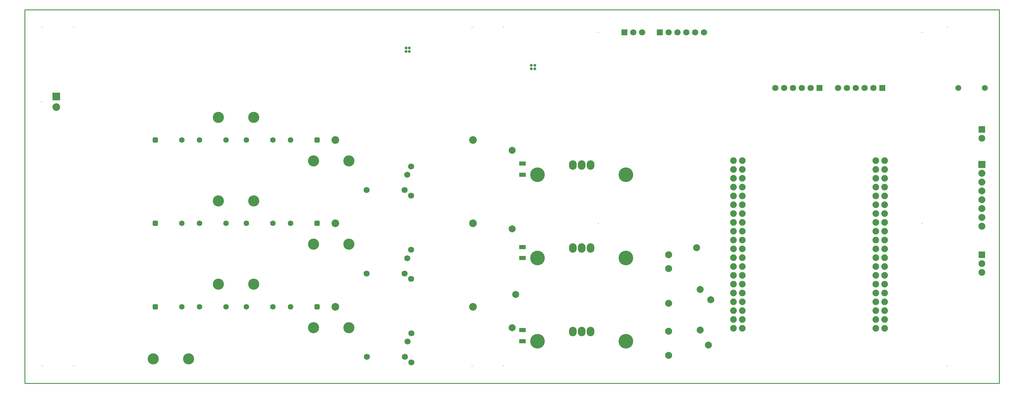
<source format=gbs>
G04 Layer_Color=16711935*
%FSLAX43Y43*%
%MOMM*%
G71*
G01*
G75*
%ADD43C,0.254*%
%ADD100R,1.903X1.203*%
%ADD108O,2.203X2.703*%
%ADD109C,2.203*%
%ADD110C,3.203*%
%ADD111C,1.803*%
%ADD112R,1.803X1.803*%
%ADD113C,1.703*%
%ADD114C,1.727*%
%ADD118C,1.903*%
%ADD119C,1.953*%
%ADD120R,1.953X1.953*%
%ADD121C,4.203*%
%ADD122R,0.203X0.203*%
%ADD123R,2.203X2.203*%
%ADD124R,2.003X2.003*%
%ADD125C,2.003*%
%ADD126C,1.603*%
G04:AMPARAMS|DCode=127|XSize=1.603mm|YSize=1.603mm|CornerRadius=0.452mm|HoleSize=0mm|Usage=FLASHONLY|Rotation=180.000|XOffset=0mm|YOffset=0mm|HoleType=Round|Shape=RoundedRectangle|*
%AMROUNDEDRECTD127*
21,1,1.603,0.700,0,0,180.0*
21,1,0.700,1.603,0,0,180.0*
1,1,0.903,-0.350,0.350*
1,1,0.903,0.350,0.350*
1,1,0.903,0.350,-0.350*
1,1,0.903,-0.350,-0.350*
%
%ADD127ROUNDEDRECTD127*%
%ADD128C,0.803*%
%ADD129C,0.203*%
D43*
X0Y0D02*
X280000D01*
Y107500D01*
X0D02*
X280000D01*
X0Y0D02*
Y107500D01*
D100*
X143000Y60000D02*
D03*
Y63200D02*
D03*
Y36000D02*
D03*
Y39200D02*
D03*
Y12100D02*
D03*
Y15300D02*
D03*
D108*
X162550Y14900D02*
D03*
X160000D02*
D03*
X157450D02*
D03*
X162550Y62800D02*
D03*
X160000D02*
D03*
X157450D02*
D03*
Y38900D02*
D03*
X160000D02*
D03*
X162550D02*
D03*
D109*
X89250Y22000D02*
D03*
X128750D02*
D03*
X9000Y79500D02*
D03*
X89250Y70000D02*
D03*
X128750D02*
D03*
X89250Y46000D02*
D03*
X128750D02*
D03*
D110*
X65780Y76500D02*
D03*
X55620D02*
D03*
X47080Y7000D02*
D03*
X36920D02*
D03*
X82920Y16000D02*
D03*
X93080D02*
D03*
Y40000D02*
D03*
X82920D02*
D03*
X93080Y64000D02*
D03*
X82920D02*
D03*
X65780Y28500D02*
D03*
X55620D02*
D03*
X65780Y52500D02*
D03*
X55620D02*
D03*
D111*
X215650Y85000D02*
D03*
X220730D02*
D03*
X225810D02*
D03*
X223270D02*
D03*
X218190D02*
D03*
X174790Y101000D02*
D03*
X177330D02*
D03*
X192570Y101000D02*
D03*
X187490D02*
D03*
X184950D02*
D03*
X190030D02*
D03*
X195110D02*
D03*
X233650Y85000D02*
D03*
X238730D02*
D03*
X243810D02*
D03*
X241270D02*
D03*
X236190D02*
D03*
D112*
X228350Y85000D02*
D03*
X172250Y101000D02*
D03*
X182410Y101000D02*
D03*
X246350Y85000D02*
D03*
D113*
X275800Y85000D02*
D03*
X268200D02*
D03*
D114*
X111100Y14380D02*
D03*
X109220Y7570D02*
D03*
X98300D02*
D03*
X109980Y11970D02*
D03*
X111100Y6000D02*
D03*
X111000Y62380D02*
D03*
X109120Y55570D02*
D03*
X98200D02*
D03*
X109880Y59970D02*
D03*
X111000Y54000D02*
D03*
X98200Y31570D02*
D03*
X111000Y30000D02*
D03*
X109120Y31570D02*
D03*
X109880Y35970D02*
D03*
X111000Y38380D02*
D03*
D118*
X203560Y64100D02*
D03*
Y61560D02*
D03*
Y59020D02*
D03*
Y56480D02*
D03*
Y53940D02*
D03*
Y51400D02*
D03*
Y48860D02*
D03*
Y46320D02*
D03*
Y43780D02*
D03*
Y41240D02*
D03*
Y38700D02*
D03*
Y36160D02*
D03*
Y33620D02*
D03*
Y31080D02*
D03*
Y28540D02*
D03*
Y26000D02*
D03*
Y23460D02*
D03*
Y20920D02*
D03*
Y18380D02*
D03*
Y15840D02*
D03*
X206100Y64100D02*
D03*
Y61560D02*
D03*
Y59020D02*
D03*
Y56480D02*
D03*
Y53940D02*
D03*
Y51400D02*
D03*
Y48860D02*
D03*
Y46320D02*
D03*
Y43780D02*
D03*
Y41240D02*
D03*
Y38700D02*
D03*
Y36160D02*
D03*
Y33620D02*
D03*
Y31080D02*
D03*
Y28540D02*
D03*
Y26000D02*
D03*
Y23460D02*
D03*
Y20920D02*
D03*
Y18380D02*
D03*
Y15840D02*
D03*
X247000D02*
D03*
Y18380D02*
D03*
Y20920D02*
D03*
Y23460D02*
D03*
Y26000D02*
D03*
Y28540D02*
D03*
Y31080D02*
D03*
Y33620D02*
D03*
Y36160D02*
D03*
Y38700D02*
D03*
Y41240D02*
D03*
Y43780D02*
D03*
Y46320D02*
D03*
Y48860D02*
D03*
Y51400D02*
D03*
Y53940D02*
D03*
Y56480D02*
D03*
Y59020D02*
D03*
Y61560D02*
D03*
Y64100D02*
D03*
X244460Y15840D02*
D03*
Y18380D02*
D03*
Y20920D02*
D03*
Y23460D02*
D03*
Y26000D02*
D03*
Y28540D02*
D03*
Y31080D02*
D03*
Y33620D02*
D03*
Y36160D02*
D03*
Y38700D02*
D03*
Y41240D02*
D03*
Y43780D02*
D03*
Y46320D02*
D03*
Y48860D02*
D03*
Y51400D02*
D03*
Y53940D02*
D03*
Y56480D02*
D03*
Y59020D02*
D03*
Y61560D02*
D03*
Y64100D02*
D03*
D119*
X275000Y31920D02*
D03*
Y34460D02*
D03*
Y70460D02*
D03*
D120*
Y37000D02*
D03*
Y73000D02*
D03*
D121*
X172700Y60000D02*
D03*
X147300D02*
D03*
X172700Y12100D02*
D03*
X147300D02*
D03*
X172700Y36000D02*
D03*
X147300D02*
D03*
D122*
X4680Y81000D02*
D03*
D123*
X9000Y82500D02*
D03*
D124*
X275000Y63000D02*
D03*
D125*
X194000Y15300D02*
D03*
X141000Y25500D02*
D03*
X194000Y27000D02*
D03*
X140000Y67000D02*
D03*
X193000Y39000D02*
D03*
X140000Y44400D02*
D03*
X185000Y33000D02*
D03*
X140000Y16000D02*
D03*
X185000Y37000D02*
D03*
Y8000D02*
D03*
X196400Y11000D02*
D03*
X185000Y23000D02*
D03*
X197100Y24000D02*
D03*
X185000Y15000D02*
D03*
X275000Y60460D02*
D03*
Y57920D02*
D03*
Y55380D02*
D03*
Y52840D02*
D03*
Y50300D02*
D03*
Y47760D02*
D03*
Y45220D02*
D03*
D126*
X63680Y22000D02*
D03*
X71300D02*
D03*
X76380D02*
D03*
X45120Y70000D02*
D03*
X50200D02*
D03*
X57820D02*
D03*
X63680Y70000D02*
D03*
X71300D02*
D03*
X76380D02*
D03*
X45120Y46000D02*
D03*
X50200D02*
D03*
X57820D02*
D03*
X63680Y46000D02*
D03*
X71300D02*
D03*
X76380D02*
D03*
X45120Y22000D02*
D03*
X50200D02*
D03*
X57820D02*
D03*
D127*
X84000Y22000D02*
D03*
X37500Y70000D02*
D03*
X84000Y70000D02*
D03*
X37500Y46000D02*
D03*
X84000Y46000D02*
D03*
X37500Y22000D02*
D03*
D128*
X145500Y91500D02*
D03*
X146500D02*
D03*
X145500Y90500D02*
D03*
X146500D02*
D03*
X110500Y95500D02*
D03*
X109500D02*
D03*
X110500Y96500D02*
D03*
X109500D02*
D03*
D129*
X5000Y5000D02*
D03*
X14000Y102500D02*
D03*
X164750Y46000D02*
D03*
X128500Y5000D02*
D03*
X14000D02*
D03*
X128500Y102500D02*
D03*
X5000D02*
D03*
X137500D02*
D03*
X265000D02*
D03*
Y5000D02*
D03*
X137500Y5000D02*
D03*
X164750Y101000D02*
D03*
X257750D02*
D03*
X257770Y46000D02*
D03*
M02*

</source>
